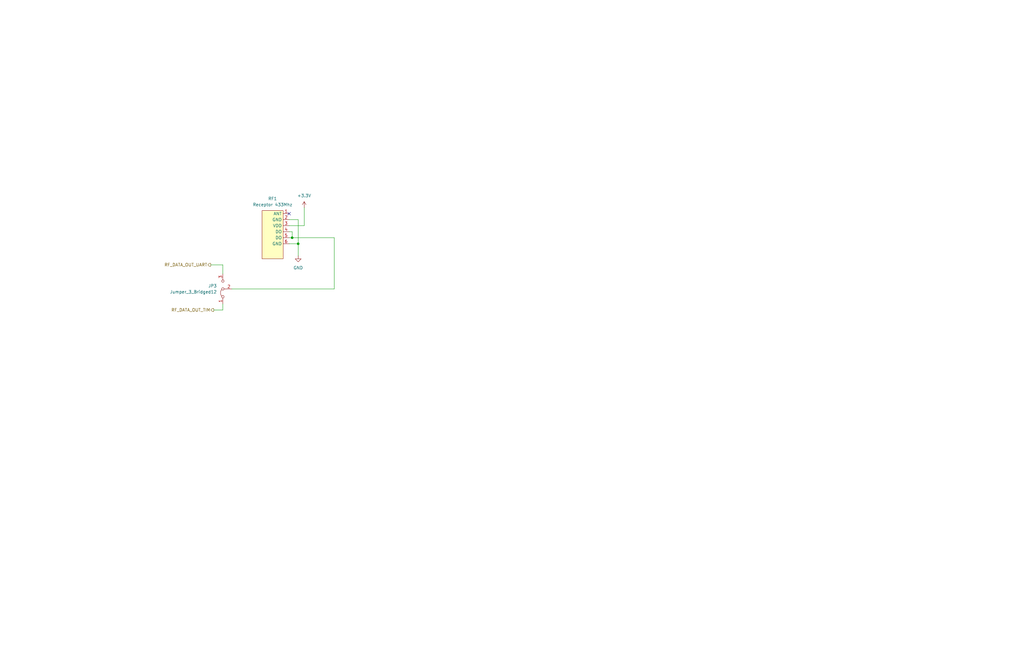
<source format=kicad_sch>
(kicad_sch (version 20250114) (generator "eeschema") (generator_version "9.0")
  (paper "USLedger")
  (title_block (title "RC-KAKATA-CONTROL") (date "2025-12-01") (rev "1.0") (company "ITLA-HUB"))
  (lib_symbols
    (symbol "EasyEDA:rf_433MHz RECEIVER"
      (property "Reference" "RF" (at -2.286 2.54 0))
      (symbol "rf_433MHz RECEIVER_1_1"
        (rectangle (start -8.89 0) (end 0 -20.32) (fill (type background)))
        (pin passive line (at 2.54 -1.27 180) (length 2.54) (name "ANT") (number "1"))
        (pin passive line (at 2.54 -3.81 180) (length 2.54) (name "GND") (number "2"))
        (pin power_in line (at 2.54 -6.35 180) (length 2.54) (name "VDD") (number "3"))
        (pin passive line (at 2.54 -8.89 180) (length 2.54) (name "DO") (number "4"))
        (pin passive line (at 2.54 -11.43 180) (length 2.54) (name "DO") (number "5"))
        (pin passive line (at 2.54 -13.97 180) (length 2.54) (name "GND") (number "6"))
      )
    )
    (symbol "Jumper:Jumper_3_Bridged12" (pin_names (offset 0) (hide yes)) (in_bom no)
      (property "Reference" "JP" (at -2.54 -2.54 0))
      (property "Value" "Jumper_3_Bridged12" (at 0 2.794 0))
      (symbol "Jumper_3_Bridged12_0_0"
        (circle (center -3.302 0) (radius 0.508))
        (circle (center 0 0) (radius 0.508))
        (circle (center 3.302 0) (radius 0.508))
      )
      (symbol "Jumper_3_Bridged12_0_1"
        (arc (start -3.048 0.508) (mid -1.651 0.9912) (end -0.254 0.508))
        (polyline (pts (xy 0 -1.27) (xy 0 -0.508)))
      )
      (symbol "Jumper_3_Bridged12_1_1"
        (pin passive line (at -6.35 0 0) (length 2.54) (name "A") (number "1"))
        (pin passive line (at 0 -3.81 90) (length 2.54) (name "C") (number "2"))
        (pin passive line (at 6.35 0 180) (length 2.54) (name "B") (number "3"))
      )
    )
    (symbol "power:+3.3V" (power) (pin_numbers (hide yes)) (pin_names (offset 0) (hide yes))
      (property "Value" "+3.3V" (at 0 3.556 0))
      (symbol "+3.3V_0_1"
        (polyline (pts (xy -0.762 1.27) (xy 0 2.54)))
        (polyline (pts (xy 0 2.54) (xy 0.762 1.27)))
        (polyline (pts (xy 0 0) (xy 0 2.54)))
      )
      (symbol "+3.3V_1_1"
        (pin power_in line (at 0 0 90) (length 0) (name "~") (number "1"))
      )
    )
    (symbol "power:GND" (power) (pin_numbers (hide yes)) (pin_names (offset 0) (hide yes))
      (property "Value" "GND" (at 0 -3.81 0))
      (symbol "GND_0_1"
        (polyline (pts (xy 0 0) (xy 0 -1.27) (xy 1.27 -1.27) (xy 0 -2.54) (xy -1.27 -1.27) (xy 0 -1.27)))
      )
      (symbol "GND_1_1"
        (pin power_in line (at 0 0 270) (length 0) (name "~") (number "1"))
      )
    )
  )
  (junction (at 123.19 100.33))
  (junction (at 125.73 102.87))
  (no_connect (at 121.92 90.17))
  (wire (pts (xy 123.19 97.79) (xy 123.19 100.33)))
  (wire (pts (xy 123.19 100.33) (xy 140.97 100.33)))
  (wire (pts (xy 93.98 115.57) (xy 93.98 111.76)))
  (wire (pts (xy 93.98 128.27) (xy 93.98 130.81)))
  (wire (pts (xy 121.92 102.87) (xy 125.73 102.87)))
  (wire (pts (xy 140.97 121.92) (xy 97.79 121.92)))
  (wire (pts (xy 121.92 95.25) (xy 128.27 95.25)))
  (wire (pts (xy 93.98 111.76) (xy 88.9 111.76)))
  (wire (pts (xy 93.98 130.81) (xy 90.17 130.81)))
  (wire (pts (xy 121.92 92.71) (xy 125.73 92.71)))
  (wire (pts (xy 128.27 87.63) (xy 128.27 95.25)))
  (wire (pts (xy 121.92 97.79) (xy 123.19 97.79)))
  (wire (pts (xy 121.92 100.33) (xy 123.19 100.33)))
  (wire (pts (xy 125.73 102.87) (xy 125.73 107.95)))
  (wire (pts (xy 125.73 92.71) (xy 125.73 102.87)))
  (wire (pts (xy 140.97 100.33) (xy 140.97 121.92)))
  (hierarchical_label "RF_DATA_OUT_TIM" (shape output) (at 90.17 130.81 180))
  (hierarchical_label "RF_DATA_OUT_UART" (shape output) (at 88.9 111.76 180))
  (symbol (lib_id "EasyEDA:rf_433MHz RECEIVER") (at 119.38 88.9 0) (unit 1) (in_bom no)
    (property "Reference" "RF1" (at 114.935 83.82 0))
    (property "Value" "Receptor 433Mhz" (at 114.935 86.36 0))
    (property "Footprint" "LOCAL_LIB:rf_433mhz_receiver" (effects (hide yes)))
  )
  (symbol (lib_id "power:GND") (at 125.73 107.95 0) (unit 1)
    (property "Reference" "#PWR38" (effects (hide yes)))
    (property "Value" "GND" (at 125.73 113.03 0))
    (property "Description" "Power symbol creates a global label with name \"GND\" , ground" (effects (hide yes)))
  )
  (symbol (lib_id "Jumper:Jumper_3_Bridged12") (at 93.98 121.92 90) (unit 1) (in_bom no)
    (property "Reference" "JP3" (at 91.44 120.6499 90) (effects (justify left)))
    (property "Value" "Jumper_3_Bridged12" (at 91.44 123.1899 90) (effects (justify left)))
    (property "Footprint" "Connector_PinHeader_2.54mm:PinHeader_1x03_P2.54mm_Vertical" (effects (hide yes)))
    (property "Description" "Jumper, 3-pole, pins 1+2 closed/bridged" (effects (hide yes)))
  )
  (symbol (lib_id "power:+3.3V") (at 128.27 87.63 0) (unit 1)
    (property "Reference" "#PWR35" (effects (hide yes)))
    (property "Value" "+3.3V" (at 128.27 82.55 0))
    (property "Description" "Power symbol creates a global label with name \"+3.3V\"" (effects (hide yes)))
  )
)
</source>
